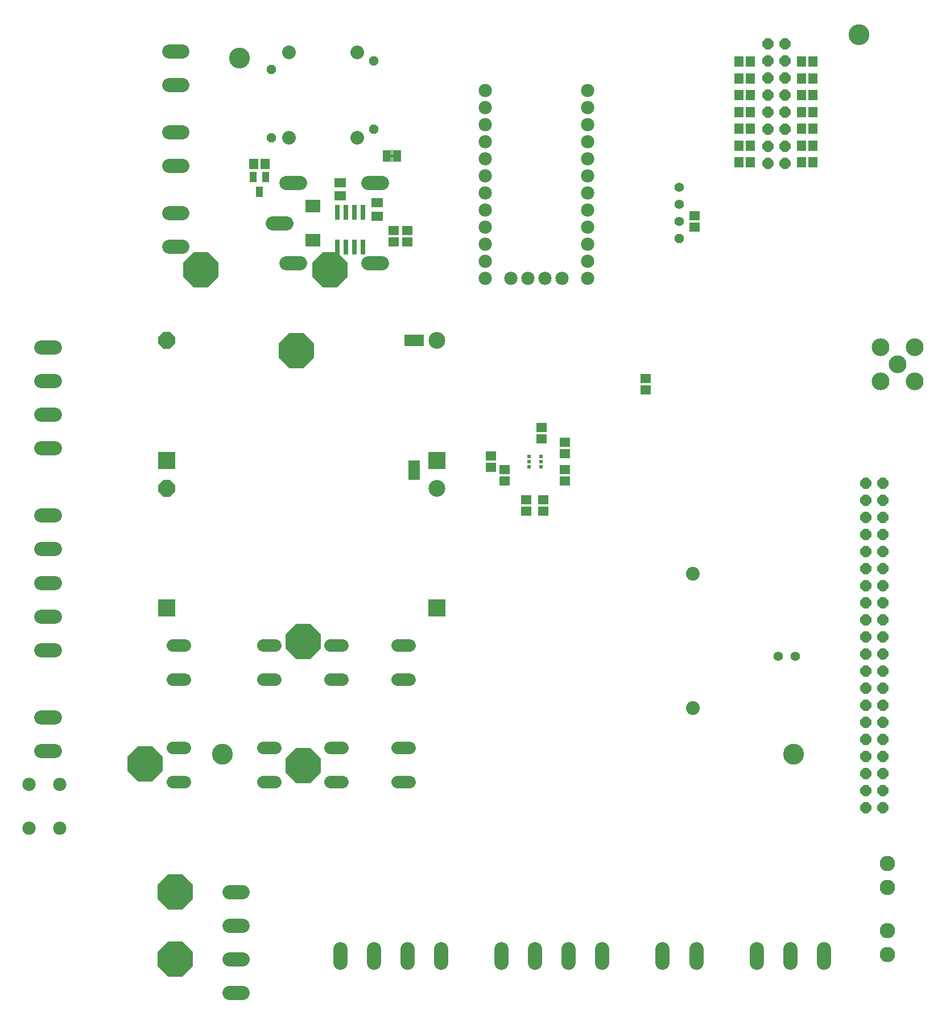
<source format=gbs>
G75*
G70*
%OFA0B0*%
%FSLAX24Y24*%
%IPPOS*%
%LPD*%
%AMOC8*
5,1,8,0,0,1.08239X$1,22.5*
%
%ADD10C,0.1221*%
%ADD11C,0.0560*%
%ADD12C,0.0808*%
%ADD13C,0.0780*%
%ADD14R,0.0631X0.0552*%
%ADD15OC8,0.0555*%
%ADD16C,0.0555*%
%ADD17C,0.0820*%
%ADD18R,0.0552X0.0631*%
%ADD19R,0.0280X0.0910*%
%ADD20R,0.0670X0.0552*%
%ADD21C,0.1040*%
%ADD22R,0.0237X0.0237*%
%ADD23R,0.0237X0.0197*%
%ADD24R,0.0434X0.0591*%
%ADD25C,0.0800*%
%ADD26OC8,0.0560*%
%ADD27OC8,0.0640*%
%ADD28R,0.1150X0.0650*%
%ADD29R,0.0650X0.1150*%
%ADD30C,0.0745*%
%ADD31R,0.0500X0.0670*%
%ADD32R,0.0290X0.0120*%
%ADD33R,0.0060X0.0720*%
%ADD34R,0.0906X0.0749*%
%ADD35C,0.0900*%
%ADD36R,0.0985X0.0985*%
%ADD37OC8,0.0985*%
%ADD38C,0.0985*%
%ADD39OC8,0.2040*%
D10*
X013930Y015898D03*
X047394Y015898D03*
X014914Y056646D03*
X051233Y058024D03*
D11*
X047500Y021607D03*
X046500Y021607D03*
D12*
X041489Y018595D03*
X041489Y026469D03*
D13*
X035335Y043756D03*
X035335Y044756D03*
X035335Y045756D03*
X035335Y046756D03*
X035335Y047756D03*
X035335Y048756D03*
X035335Y049756D03*
X035335Y050756D03*
X035335Y051756D03*
X035335Y052756D03*
X035335Y053756D03*
X035335Y054756D03*
X029335Y054756D03*
X029335Y053756D03*
X029335Y052756D03*
X029335Y051756D03*
X029335Y050756D03*
X029335Y049756D03*
X029335Y048756D03*
X029335Y047756D03*
X029335Y046756D03*
X029335Y045756D03*
X029335Y044756D03*
X029335Y043756D03*
X030835Y043756D03*
X031835Y043756D03*
X032835Y043756D03*
X033835Y043756D03*
X004386Y014127D03*
X002606Y014127D03*
X002606Y011567D03*
X004386Y011567D03*
D14*
X029678Y032689D03*
X029678Y033359D03*
X030465Y032571D03*
X030465Y031902D03*
X031744Y030800D03*
X031744Y030130D03*
X032729Y030130D03*
X032729Y030800D03*
X034008Y031902D03*
X034008Y032571D03*
X034008Y033477D03*
X034008Y034146D03*
X032630Y034363D03*
X032630Y035032D03*
X038733Y037217D03*
X038733Y037886D03*
X041587Y046764D03*
X041587Y047433D03*
X024756Y046548D03*
X024756Y045878D03*
X023969Y045878D03*
X023969Y046548D03*
D15*
X040701Y046091D03*
D16*
X040701Y047091D03*
X040701Y048091D03*
X040701Y049091D03*
D17*
X023256Y049350D02*
X022476Y049350D01*
X018456Y049350D02*
X017676Y049350D01*
X017656Y047000D02*
X016876Y047000D01*
X017676Y044650D02*
X018456Y044650D01*
X022476Y044650D02*
X023256Y044650D01*
X011564Y045627D02*
X010784Y045627D01*
X010784Y047597D02*
X011564Y047597D01*
X011564Y050351D02*
X010784Y050351D01*
X010784Y052321D02*
X011564Y052321D01*
X011564Y055076D02*
X010784Y055076D01*
X010784Y057046D02*
X011564Y057046D01*
X004083Y039723D02*
X003303Y039723D01*
X003303Y037743D02*
X004083Y037743D01*
X004083Y035786D02*
X003303Y035786D01*
X003303Y033806D02*
X004083Y033806D01*
X004083Y029877D02*
X003303Y029877D01*
X003303Y027907D02*
X004083Y027907D01*
X004083Y025937D02*
X003303Y025937D01*
X003303Y023967D02*
X004083Y023967D01*
X004083Y021997D02*
X003303Y021997D01*
X003303Y018069D02*
X004083Y018069D01*
X004083Y016089D02*
X003303Y016089D01*
X014327Y007833D02*
X015107Y007833D01*
X015107Y005863D02*
X014327Y005863D01*
X014327Y003896D02*
X015107Y003896D01*
X015107Y001926D02*
X014327Y001926D01*
X020814Y003697D02*
X020814Y004477D01*
X022784Y004477D02*
X022784Y003697D01*
X024751Y003697D02*
X024751Y004477D01*
X026721Y004477D02*
X026721Y003697D01*
X030262Y003697D02*
X030262Y004477D01*
X032232Y004477D02*
X032232Y003697D01*
X034199Y003697D02*
X034199Y004477D01*
X036169Y004477D02*
X036169Y003697D01*
X039711Y003697D02*
X039711Y004477D01*
X041681Y004477D02*
X041681Y003697D01*
X045227Y003697D02*
X045227Y004477D01*
X047197Y004477D02*
X047197Y003697D01*
X049167Y003697D02*
X049167Y004477D01*
D18*
X016430Y050445D03*
X015760Y050445D03*
X044205Y050544D03*
X044874Y050544D03*
X044874Y051528D03*
X044205Y051528D03*
X044205Y052512D03*
X044874Y052512D03*
X044874Y053496D03*
X044205Y053496D03*
X044205Y054481D03*
X044874Y054481D03*
X044874Y055465D03*
X044205Y055465D03*
X044205Y056449D03*
X044874Y056449D03*
X047847Y056449D03*
X048516Y056449D03*
X048516Y055465D03*
X047847Y055465D03*
X047847Y054481D03*
X048516Y054481D03*
X048516Y053496D03*
X047847Y053496D03*
X047847Y052512D03*
X048516Y052512D03*
X048516Y051528D03*
X047847Y051528D03*
X047847Y050544D03*
X048516Y050544D03*
D19*
X022160Y047637D03*
X021660Y047637D03*
X021160Y047637D03*
X020660Y047637D03*
X020660Y045577D03*
X021160Y045577D03*
X021660Y045577D03*
X022160Y045577D03*
D20*
X022985Y047394D03*
X022985Y048181D03*
X020819Y048575D03*
X020819Y049363D03*
D21*
X052496Y039733D03*
X053496Y038733D03*
X054496Y039733D03*
X054496Y037733D03*
X052496Y037733D03*
D22*
X032591Y033319D03*
X032591Y032729D03*
X031882Y032729D03*
X031882Y033319D03*
D23*
X031882Y033024D03*
X032591Y033024D03*
D24*
X016469Y049697D03*
X015721Y049697D03*
X016095Y048831D03*
D25*
X017835Y051981D03*
X021835Y051981D03*
X021835Y056981D03*
X017835Y056981D03*
D26*
X016784Y055989D03*
X016784Y051989D03*
X022788Y052481D03*
X022788Y056481D03*
D27*
X045910Y056489D03*
X045910Y057489D03*
X046910Y057489D03*
X046910Y056489D03*
X046910Y055489D03*
X045910Y055489D03*
X045910Y054489D03*
X046910Y054489D03*
X046910Y053489D03*
X045910Y053489D03*
X045910Y052489D03*
X046910Y052489D03*
X046910Y051489D03*
X045910Y051489D03*
X045910Y050489D03*
X046910Y050489D03*
X051630Y031756D03*
X052630Y031756D03*
X052630Y030756D03*
X051630Y030756D03*
X051630Y029756D03*
X052630Y029756D03*
X052630Y028756D03*
X051630Y028756D03*
X051630Y027756D03*
X051630Y026756D03*
X052630Y026756D03*
X052630Y027756D03*
X052630Y025756D03*
X051630Y025756D03*
X051630Y024756D03*
X051630Y023756D03*
X052630Y023756D03*
X052630Y024756D03*
X052630Y022756D03*
X051630Y022756D03*
X051630Y021756D03*
X052630Y021756D03*
X052630Y020756D03*
X051630Y020756D03*
X051630Y019756D03*
X052630Y019756D03*
X052630Y018756D03*
X051630Y018756D03*
X051630Y017756D03*
X051630Y016756D03*
X052630Y016756D03*
X052630Y017756D03*
X052630Y015756D03*
X051630Y015756D03*
X051630Y014756D03*
X051630Y013756D03*
X052630Y013756D03*
X052630Y014756D03*
X052630Y012756D03*
X051630Y012756D03*
D28*
X025150Y040111D03*
D29*
X025150Y032532D03*
D30*
X024912Y022260D02*
X024207Y022260D01*
X024207Y020260D02*
X024912Y020260D01*
X020975Y020260D02*
X020270Y020260D01*
X020270Y022260D02*
X020975Y022260D01*
X017038Y022260D02*
X016333Y022260D01*
X016333Y020260D02*
X017038Y020260D01*
X017038Y016260D02*
X016333Y016260D01*
X016333Y014260D02*
X017038Y014260D01*
X020270Y014260D02*
X020975Y014260D01*
X020975Y016260D02*
X020270Y016260D01*
X024207Y016260D02*
X024912Y016260D01*
X024912Y014260D02*
X024207Y014260D01*
X011723Y014260D02*
X011018Y014260D01*
X011018Y016260D02*
X011723Y016260D01*
X011723Y020260D02*
X011018Y020260D01*
X011018Y022260D02*
X011723Y022260D01*
D31*
X023570Y050937D03*
X024170Y050937D03*
D32*
X023870Y050937D03*
D33*
X023870Y050937D03*
D34*
X019244Y048004D03*
X019244Y045996D03*
D35*
X052906Y009481D03*
X052906Y008103D03*
X052906Y005544D03*
X052906Y004166D03*
D36*
X026489Y024441D03*
X026489Y033103D03*
X010662Y033103D03*
X010662Y024441D03*
D37*
X010662Y031449D03*
X010662Y040111D03*
D38*
X026489Y040111D03*
X026489Y031449D03*
D39*
X011174Y003890D03*
X011174Y007827D03*
X009402Y015307D03*
X018654Y015209D03*
X018654Y022493D03*
X018260Y039520D03*
X020229Y044244D03*
X012650Y044244D03*
M02*

</source>
